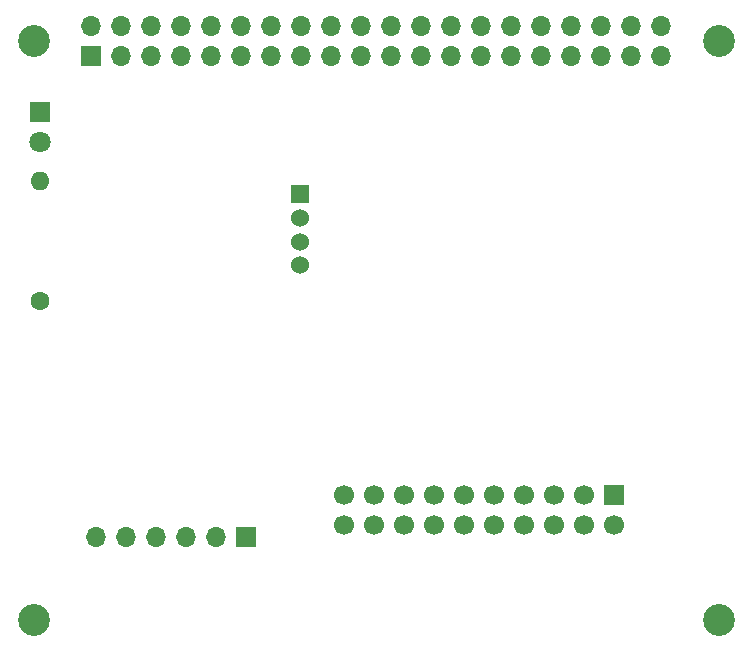
<source format=gts>
G04 #@! TF.GenerationSoftware,KiCad,Pcbnew,(5.1.8-0-10_14)*
G04 #@! TF.CreationDate,2021-07-18T19:28:35+09:00*
G04 #@! TF.ProjectId,raspi3_debug_board,72617370-6933-45f6-9465-6275675f626f,rev?*
G04 #@! TF.SameCoordinates,Original*
G04 #@! TF.FileFunction,Soldermask,Top*
G04 #@! TF.FilePolarity,Negative*
%FSLAX46Y46*%
G04 Gerber Fmt 4.6, Leading zero omitted, Abs format (unit mm)*
G04 Created by KiCad (PCBNEW (5.1.8-0-10_14)) date 2021-07-18 19:28:35*
%MOMM*%
%LPD*%
G01*
G04 APERTURE LIST*
%ADD10C,2.700000*%
%ADD11O,1.600000X1.600000*%
%ADD12C,1.600000*%
%ADD13O,1.700000X1.700000*%
%ADD14R,1.700000X1.700000*%
%ADD15C,1.524000*%
%ADD16R,1.524000X1.524000*%
%ADD17C,1.700000*%
%ADD18C,1.800000*%
%ADD19R,1.800000X1.800000*%
G04 APERTURE END LIST*
D10*
X33500000Y-82500000D03*
X91500000Y-82500000D03*
X91500000Y-33500000D03*
X33500000Y-33500000D03*
D11*
X34000000Y-45340000D03*
D12*
X34000000Y-55500000D03*
D13*
X38800000Y-75500000D03*
X41340000Y-75500000D03*
X43880000Y-75500000D03*
X46420000Y-75500000D03*
X48960000Y-75500000D03*
D14*
X51500000Y-75500000D03*
D13*
X86630000Y-32230000D03*
X86630000Y-34770000D03*
X84090000Y-32230000D03*
X84090000Y-34770000D03*
X81550000Y-32230000D03*
X81550000Y-34770000D03*
X79010000Y-32230000D03*
X79010000Y-34770000D03*
X76470000Y-32230000D03*
X76470000Y-34770000D03*
X73930000Y-32230000D03*
X73930000Y-34770000D03*
X71390000Y-32230000D03*
X71390000Y-34770000D03*
X68850000Y-32230000D03*
X68850000Y-34770000D03*
X66310000Y-32230000D03*
X66310000Y-34770000D03*
X63770000Y-32230000D03*
X63770000Y-34770000D03*
X61230000Y-32230000D03*
X61230000Y-34770000D03*
X58690000Y-32230000D03*
X58690000Y-34770000D03*
X56150000Y-32230000D03*
X56150000Y-34770000D03*
X53610000Y-32230000D03*
X53610000Y-34770000D03*
X51070000Y-32230000D03*
X51070000Y-34770000D03*
X48530000Y-32230000D03*
X48530000Y-34770000D03*
X45990000Y-32230000D03*
X45990000Y-34770000D03*
X43450000Y-32230000D03*
X43450000Y-34770000D03*
X40910000Y-32230000D03*
X40910000Y-34770000D03*
X38370000Y-32230000D03*
D14*
X38370000Y-34770000D03*
D15*
X56000000Y-52500000D03*
X56000000Y-50500000D03*
X56000000Y-48500000D03*
D16*
X56000000Y-46500000D03*
D17*
X59720000Y-74500000D03*
X59720000Y-71960000D03*
X62260000Y-74500000D03*
X62260000Y-71960000D03*
X64800000Y-74500000D03*
X64800000Y-71960000D03*
X67340000Y-74500000D03*
X67340000Y-71960000D03*
X69880000Y-74500000D03*
X69880000Y-71960000D03*
X72420000Y-74500000D03*
X72420000Y-71960000D03*
X74960000Y-74500000D03*
X74960000Y-71960000D03*
X77500000Y-74500000D03*
X77500000Y-71960000D03*
X80040000Y-74500000D03*
X80040000Y-71960000D03*
X82580000Y-74500000D03*
D14*
X82580000Y-71960000D03*
D18*
X34000000Y-42040000D03*
D19*
X34000000Y-39500000D03*
M02*

</source>
